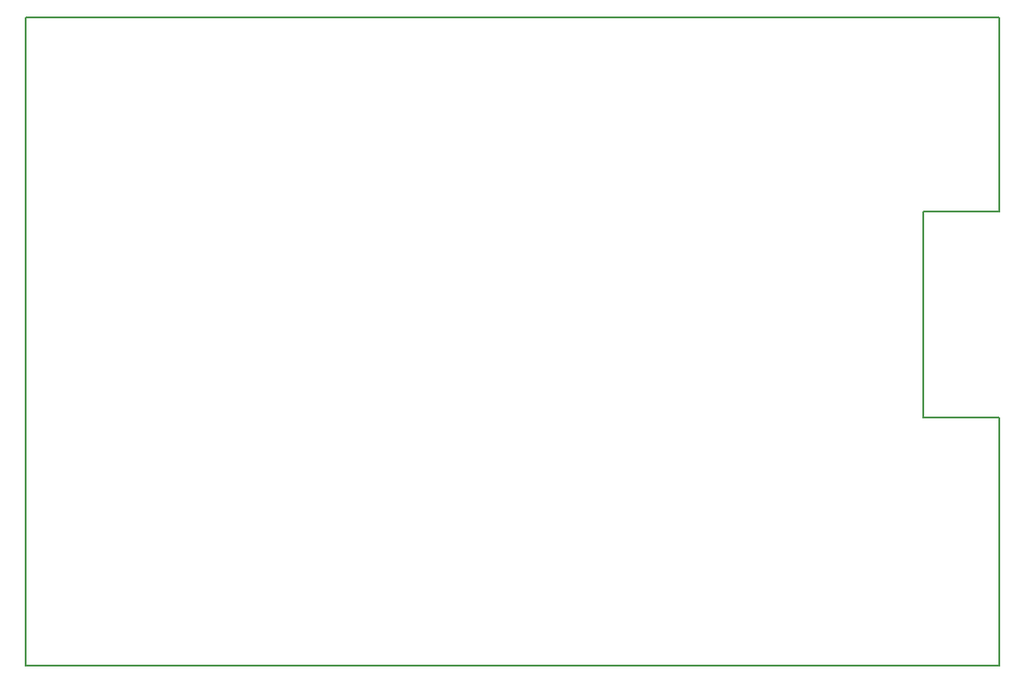
<source format=gko>
G04 #@! TF.FileFunction,Profile,NP*
%FSLAX46Y46*%
G04 Gerber Fmt 4.6, Leading zero omitted, Abs format (unit mm)*
G04 Created by KiCad (PCBNEW 4.0.6) date 01/12/18 15:18:15*
%MOMM*%
%LPD*%
G01*
G04 APERTURE LIST*
%ADD10C,0.100000*%
%ADD11C,0.150000*%
G04 APERTURE END LIST*
D10*
D11*
X180000000Y-88000000D02*
X180000000Y-70000000D01*
X173000000Y-88000000D02*
X180000000Y-88000000D01*
X173000000Y-107000000D02*
X173000000Y-88000000D01*
X180000000Y-107000000D02*
X173000000Y-107000000D01*
X180000000Y-107000000D02*
X180000000Y-130000000D01*
X90000000Y-70000000D02*
X90000000Y-130000000D01*
X180000000Y-70000000D02*
X90000000Y-70000000D01*
X90000000Y-130000000D02*
X180000000Y-130000000D01*
M02*

</source>
